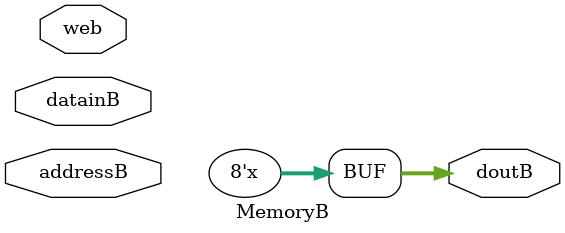
<source format=v>
module MemoryB(doutB, datainB, addressB, web);

input [7:0]datainB;
input [1:0]addressB;

input web;

output [7:0]doutB;
reg [7:0]doutB;
// 8 by 4 Memory
reg [7:0]SRAM[3:0];


always @(*)
begin
	if(web)
		SRAM[addressB] <= datainB;
	else
	 doutB <= SRAM[addressB];
	
end
endmodule

</source>
